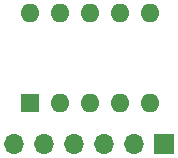
<source format=gbr>
%TF.GenerationSoftware,KiCad,Pcbnew,(6.0.9)*%
%TF.CreationDate,2023-08-06T15:37:21+02:00*%
%TF.ProjectId,dipswitch-plate,64697073-7769-4746-9368-2d706c617465,rev?*%
%TF.SameCoordinates,Original*%
%TF.FileFunction,Soldermask,Top*%
%TF.FilePolarity,Negative*%
%FSLAX46Y46*%
G04 Gerber Fmt 4.6, Leading zero omitted, Abs format (unit mm)*
G04 Created by KiCad (PCBNEW (6.0.9)) date 2023-08-06 15:37:21*
%MOMM*%
%LPD*%
G01*
G04 APERTURE LIST*
%ADD10O,1.600000X1.600000*%
%ADD11R,1.600000X1.600000*%
%ADD12O,1.700000X1.700000*%
%ADD13R,1.700000X1.700000*%
G04 APERTURE END LIST*
D10*
%TO.C,SW1*%
X24026000Y-19874350D03*
X34186000Y-27494350D03*
X26566000Y-19874350D03*
X31646000Y-27494350D03*
X29106000Y-19874350D03*
X29106000Y-27494350D03*
X31646000Y-19874350D03*
X26566000Y-27494350D03*
X34186000Y-19874350D03*
D11*
X24026000Y-27494350D03*
%TD*%
D12*
%TO.C,J1*%
X22676000Y-30994350D03*
X25216000Y-30994350D03*
X27756000Y-30994350D03*
X30296000Y-30994350D03*
X32836000Y-30994350D03*
D13*
X35376000Y-30994350D03*
%TD*%
M02*

</source>
